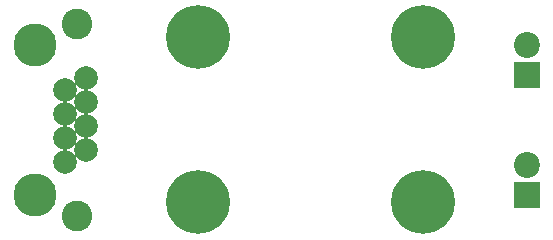
<source format=gbr>
G04 #@! TF.FileFunction,Soldermask,Bot*
%FSLAX46Y46*%
G04 Gerber Fmt 4.6, Leading zero omitted, Abs format (unit mm)*
G04 Created by KiCad (PCBNEW 4.0.7) date 03/31/18 19:24:12*
%MOMM*%
%LPD*%
G01*
G04 APERTURE LIST*
%ADD10C,0.150000*%
%ADD11R,2.200000X2.200000*%
%ADD12C,2.200000*%
%ADD13C,5.400000*%
%ADD14C,2.600000*%
%ADD15C,3.650000*%
%ADD16C,2.000000*%
G04 APERTURE END LIST*
D10*
D11*
X79248000Y-52070000D03*
D12*
X79248000Y-49530000D03*
D11*
X79248000Y-41910000D03*
D12*
X79248000Y-39370000D03*
D13*
X51435000Y-38735000D03*
X51435000Y-52705000D03*
X70485000Y-38735000D03*
X70485000Y-52705000D03*
D14*
X41145000Y-37590000D03*
X41145000Y-53850000D03*
D15*
X37585000Y-39370000D03*
X37585000Y-52070000D03*
D16*
X40125000Y-45220000D03*
X40125000Y-47250000D03*
X41905000Y-44190000D03*
X41905000Y-46220000D03*
X41905000Y-42160000D03*
X40125000Y-43190000D03*
X41905000Y-48250000D03*
X40125000Y-49280000D03*
M02*

</source>
